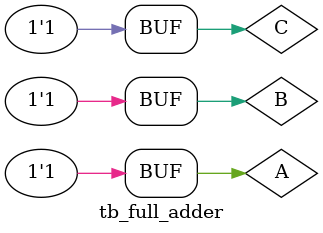
<source format=v>
`timescale 1ns/1ns

module tb_full_adder();
reg A,B,C;
wire cout,sum;

initial begin
       {A,B,C}=000;
   #10 {A,B,C}=001;
   #10 {A,B,C}=010;
   #10 {A,B,C}=011;
   #10 {A,B,C}=100;
   #10 {A,B,C}=101;
   #10 {A,B,C}=110;
   #10 {A,B,C}=111;
end
full_adder full_adder_inst
(
  .A(A),
  .B(B),
  .C(C),
  .cout(cout),
  .sum(sum)
);

endmodule

</source>
